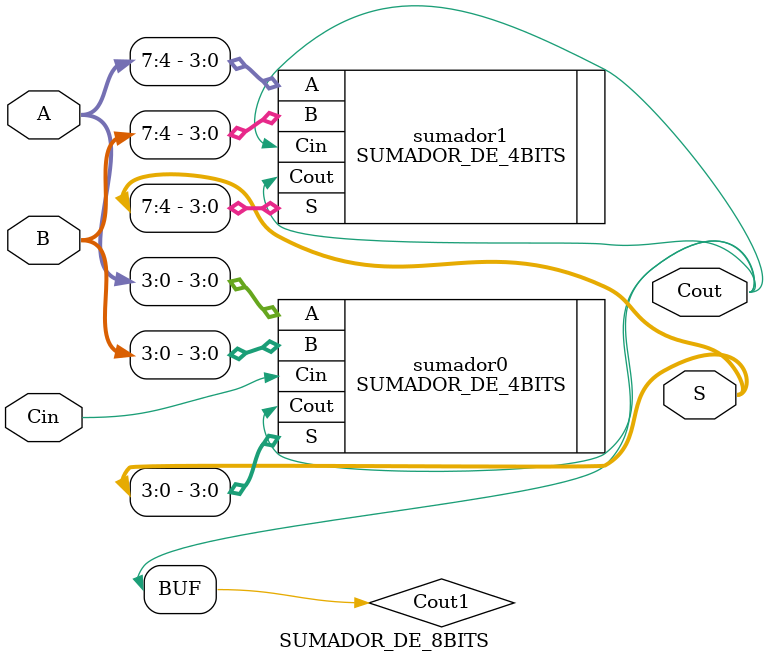
<source format=sv>
`timescale 1ns / 1ps


module SUMADOR_DE_8BITS(
    input logic [7:0] A,
    input logic [7:0] B,
    input logic Cin,
    output logic [7:0] S,
    output logic Cout
);

    logic [3:0] S0;
    logic Cout1;

    // Sumador de los bits menos significativos (0 al 3)
    SUMADOR_DE_4BITS sumador0(
        .A(A[3:0]), // Divide A en dos grupos de 4 bits
        .B(B[3:0]), // Divide B en dos grupos de 4 bits
        .Cin(Cin),
        .S(S[3:0]),
        .Cout(Cout1)
    );

    // Sumador de los bits más significativos (4 al 7)
    SUMADOR_DE_4BITS sumador1(
        .A(A[7:4]), // Divide A en dos grupos de 4 bits
        .B(B[7:4]), // Divide B en dos grupos de 4 bits
        .Cin(Cout1), // El acarreo de salida del sumador0 es el acarreo de entrada del sumador1
        .S(S[7:4]), // Conecta las salidas del sumador0 a las entradas del sumador1
        .Cout(Cout)
    );

    // Acarreo final
    assign Cout = Cout1;
endmodule


</source>
